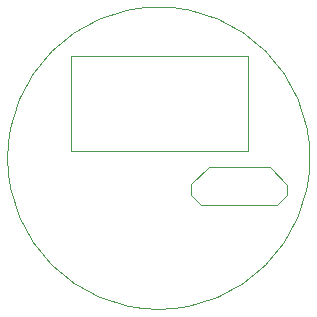
<source format=gko>
G04 Layer_Color=16711935*
%FSLAX25Y25*%
%MOIN*%
G70*
G01*
G75*
%ADD20C,0.00394*%
%ADD26C,0.00039*%
D20*
X-29528Y34154D02*
X29528D01*
Y2657D02*
Y34154D01*
X-29528Y2657D02*
Y34154D01*
Y2657D02*
X-3248D01*
X29528D01*
X10630Y-8563D02*
X16430Y-2861D01*
X10630Y-12205D02*
Y-8563D01*
Y-12205D02*
X13878Y-15453D01*
X39272D01*
X42618Y-12106D01*
Y-8760D01*
X16430Y-2861D02*
X36720D01*
X42618Y-8760D01*
D26*
X50197Y98D02*
G03*
X50197Y98I-50394J0D01*
G01*
M02*

</source>
